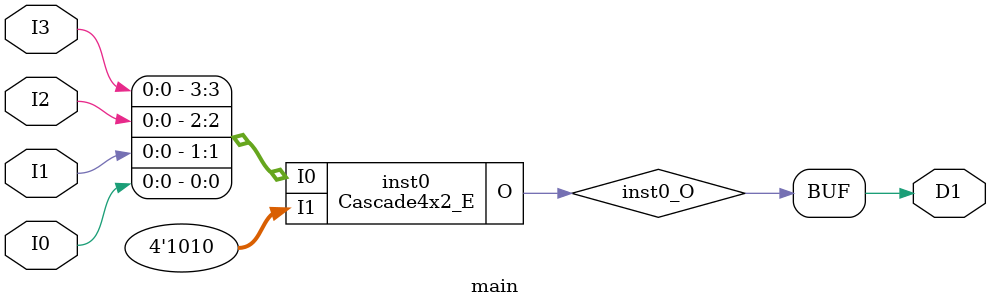
<source format=v>
module Cascade4x2_E (input [3:0] I0, input [3:0] I1, output  O);
wire  inst0_O;
wire  inst1_O;
wire  inst2_O;
wire  inst3_O;
SB_LUT4 #(.LUT_INIT(16'hBEBE)) inst0 (.I0(1'b0), .I1(I0[0]), .I2(I1[0]), .I3(1'b0), .O(inst0_O));
SB_LUT4 #(.LUT_INIT(16'hBEBE)) inst1 (.I0(inst0_O), .I1(I0[1]), .I2(I1[1]), .I3(1'b0), .O(inst1_O));
SB_LUT4 #(.LUT_INIT(16'hBEBE)) inst2 (.I0(inst1_O), .I1(I0[2]), .I2(I1[2]), .I3(1'b0), .O(inst2_O));
SB_LUT4 #(.LUT_INIT(16'hBEBE)) inst3 (.I0(inst2_O), .I1(I0[3]), .I2(I1[3]), .I3(1'b0), .O(inst3_O));
assign O = inst3_O;
endmodule

module main (input  I0, input  I1, input  I2, input  I3, output  D1);
wire  inst0_O;
Cascade4x2_E inst0 (.I0({I3,I2,I1,I0}), .I1({1'b1,1'b0,1'b1,1'b0}), .O(inst0_O));
assign D1 = inst0_O;
endmodule


</source>
